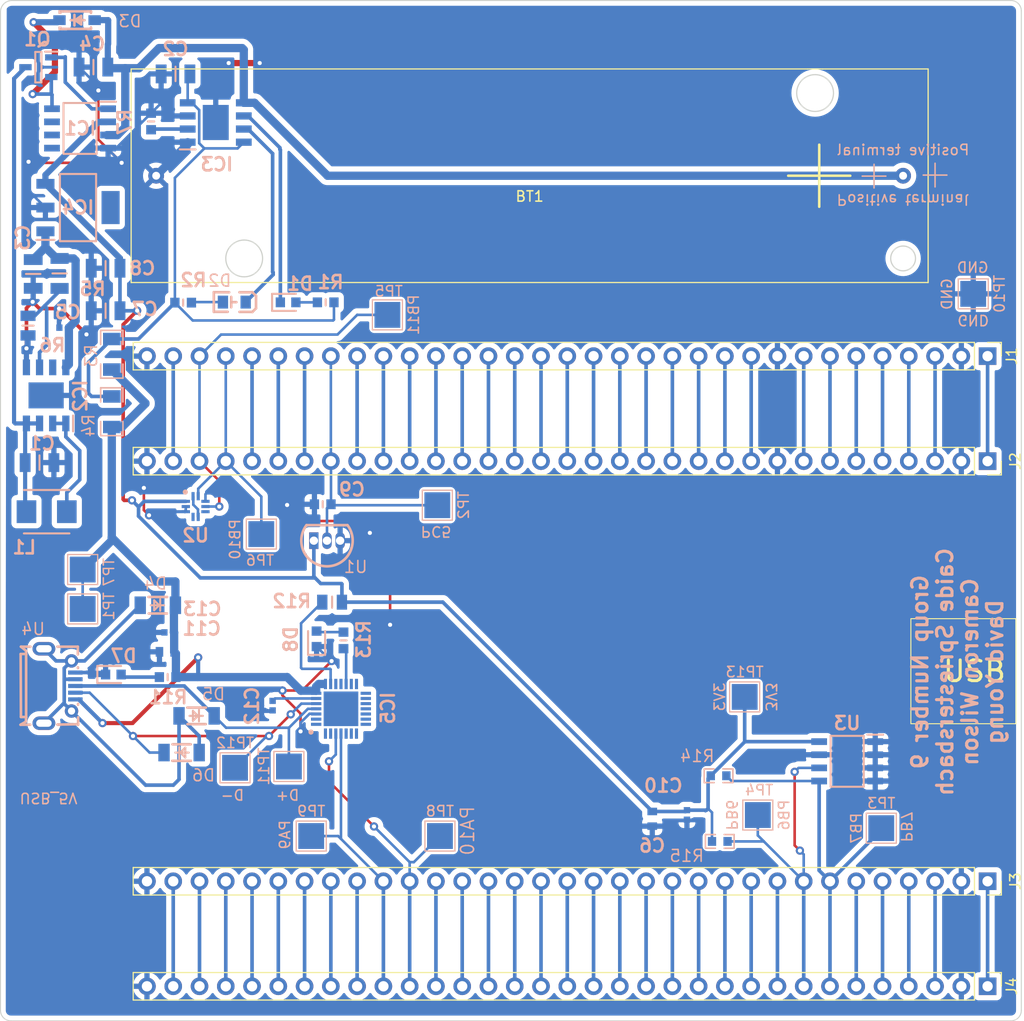
<source format=kicad_pcb>
(kicad_pcb (version 20211014) (generator pcbnew)
  (layers (0 "F.Cu" signal) (31 "B.Cu" signal) (34 "B.Paste" user) (35 "F.Paste" user) (36 "B.SilkS" user "B.Silkscreen") (37 "F.SilkS" user "F.Silkscreen") (38 "B.Mask" user) (39 "F.Mask" user) (44 "Edge.Cuts" user))
  (net 0 "")
  (net 1 "+3V0")
  (net 2 "GND")
  (net 3 "/VBAT")
  (net 4 "/PC13")
  (net 5 "/PC14")
  (net 6 "/PC15")
  (net 7 "/PF0")
  (net 8 "/PF1")
  (net 9 "/NRST")
  (net 10 "/PC0")
  (net 11 "/PC1")
  (net 12 "/PC2")
  (net 13 "/PC3")
  (net 14 "/PA0")
  (net 15 "/PA1")
  (net 16 "/PA2")
  (net 17 "/PA3")
  (net 18 "/PF4")
  (net 19 "/PF5")
  (net 20 "/PA4")
  (net 21 "/PA5")
  (net 22 "/PA6")
  (net 23 "/PA7")
  (net 24 "/PC4")
  (net 25 "/PC5")
  (net 26 "/PB0")
  (net 27 "/PB1")
  (net 28 "/PB2")
  (net 29 "/PB10")
  (net 30 "/PB11")
  (net 31 "/PB12")
  (net 32 "+5V")
  (net 33 "/PB9")
  (net 34 "/PB8")
  (net 35 "VDD")
  (net 36 "/BOOT")
  (net 37 "/PB7")
  (net 38 "/PB6")
  (net 39 "/PB5")
  (net 40 "/PB4")
  (net 41 "/PB3")
  (net 42 "/PD2")
  (net 43 "/PC12")
  (net 44 "/PC11")
  (net 45 "/PC10")
  (net 46 "/PA15")
  (net 47 "/PA14")
  (net 48 "/PF7")
  (net 49 "/PF6")
  (net 50 "/PA13")
  (net 51 "/PA12")
  (net 52 "/PA11")
  (net 53 "/PA10")
  (net 54 "/PA9")
  (net 55 "/PA8")
  (net 56 "/PC9")
  (net 57 "/PC8")
  (net 58 "/PC7")
  (net 59 "/PC6")
  (net 60 "/PB15")
  (net 61 "/PB14")
  (net 62 "/PB13")
  (net 63 "/Power/BAT+")
  (net 64 "/Power/V_UVLO")
  (net 65 "Net-(C2-Pad1)")
  (net 66 "/5V")
  (net 67 "/3V3")
  (net 68 "Net-(C12-Pad1)")
  (net 69 "Net-(D1-Pad1)")
  (net 70 "Net-(D1-Pad2)")
  (net 71 "Net-(D2-Pad1)")
  (net 72 "Net-(D2-Pad2)")
  (net 73 "Net-(D3-Pad1)")
  (net 74 "Net-(D4-Pad2)")
  (net 75 "Net-(D7-Pad2)")
  (net 76 "Net-(D8-Pad2)")
  (net 77 "Net-(IC1-Pad1)")
  (net 78 "Net-(IC2-Pad1)")
  (net 79 "Net-(IC2-Pad6)")
  (net 81 "Net-(IC3-Pad2)")
  (net 85 "Net-(IC5-Pad9)")
  (net 88 "Net-(IC5-Pad12)")
  (net 104 "/USB_5V")
  (net 105 "/USB_D+")
  (net 106 "/USB_D-")
  (net 110 "/Sensing/COMM")
  (net 111 "/Sensing/BARO_LSB")
  (footprint "Connector_PinSocket_2.54mm:PinSocket_1x33_P2.54mm_Vertical" (layer "F.Cu") (at 185.54 78.16 -90)
    (fp_text reference "J2")
    (fp_text value "Conn_01x33_Female")
  )
  (footprint "Connector_PinHeader_2.54mm:PinHeader_1x33_P2.54mm_Vertical" (layer "F.Cu") (at 185.54 68 -90)
    (fp_text reference "J1")
    (fp_text value "Conn_01x33_Female")
  )
  (footprint "Connector_PinHeader_2.54mm:PinHeader_1x33_P2.54mm_Vertical" (layer "F.Cu") (at 185.54 128.96 -90)
    (fp_text reference "J4")
    (fp_text value "Conn_01x33_Female")
  )
  (footprint "EEE3088F_Footprints:18650_Holder_THT" (layer "F.Cu") (at 141.26 50.55)
    (fp_text reference "BT1")
    (fp_text value "Battery")
    (fp_circle (center 27.6 -8) (end 27.6 -6.22) (layer "Edge.Cuts") (width 0.12) (fill none))
    (fp_circle (center 36.11 8) (end 36.11 6.8) (layer "Edge.Cuts") (width 0.12) (fill none))
    (fp_circle (center -27.6 8) (end -27.6 6.22) (layer "Edge.Cuts") (width 0.12) (fill none))
  )
  (footprint "Connector_PinSocket_2.54mm:PinSocket_1x33_P2.54mm_Vertical" (layer "F.Cu") (at 185.54 118.8 -90)
    (fp_text reference "J3")
    (fp_text value "Conn_01x33_Female")
  )
  (footprint "TestPoint:TestPoint_Pad_2.5x2.5mm" (layer "B.Cu") (at 112.776 107.823 180)
    (fp_text reference "TP12")
    (fp_text value "USB_D-")
  )
  (footprint "TestPoint:TestPoint_Pad_2.5x2.5mm" (layer "B.Cu") (at 175.26 113.665 180)
    (fp_text reference "TP3")
    (fp_text value "MEM_I2C_SDA")
  )
  (footprint "EEE3088F_Footprints:SOIC127P600X175-8N" (layer "B.Cu") (at 171.964 107.198 180)
    (fp_text reference "U3")
    (fp_text value "CAT24C256" hide)
  )
  (footprint "EEE3088F_Footprints:R0603" (layer "B.Cu") (at 159.527 108.595)
    (fp_text reference "R14")
    (fp_text value "10k" hide)
  )
  (footprint "EEE3088F_Footprints:RESC1608X55N" (layer "B.Cu") (at 123.26 95.5 90)
    (fp_text reference "R13")
    (fp_text value "1K2" hide)
  )
  (footprint "EEE3088F_Footprints:RESC1608X55N" (layer "B.Cu") (at 106.26 99.05 180)
    (fp_text reference "R11")
    (fp_text value "1K2" hide)
  )
  (footprint "EEE3088F_Footprints:SOT230P700X180-4N" (layer "B.Cu") (at 97.5924 53.6294)
    (fp_text reference "IC4")
    (fp_text value "LM3940IMP-3.3_NOPB" hide)
  )
  (footprint "EEE3088F_Footprints:R1206" (layer "B.Cu") (at 100.86 67.821 -90)
    (fp_text reference "R3")
    (fp_text value "1R" hide)
  )
  (footprint "EEE3088F_Footprints:CAPC3216X180N" (layer "B.Cu") (at 99.0844 40.0404 180)
    (fp_text reference "C4")
    (fp_text value "10u" hide)
  )
  (footprint "EEE3088F_Footprints:CAPC3216X180N" (layer "B.Cu") (at 100.26 59.4968 180)
    (fp_text reference "C8")
    (fp_text value "22u" hide)
  )
  (footprint "EEE3088F_Footprints:LL-34_L3.5-W1.5-RD" (layer "B.Cu") (at 107.61 106.35)
    (fp_text reference "D6")
    (fp_text value "ZMMxx" hide)
  )
  (footprint "EEE3088F_Footprints:SOIC127P600X175-9N" (layer "B.Cu") (at 110.91 45.4)
    (fp_text reference "IC3")
    (fp_text value "TP4056-42-ESOP8" hide)
  )
  (footprint "EEE3088F_Footprints:MICRO-USB-SMD_MICROXNJ" (layer "B.Cu") (at 95.816 99.9082 90)
    (fp_text reference "U4")
    (fp_text value "MICROXNJ" hide)
  )
  (footprint "TestPoint:TestPoint_Pad_2.5x2.5mm" (layer "B.Cu") (at 163.322 112.395 180)
    (fp_text reference "TP4")
    (fp_text value "MEM_I2C_SCL")
  )
  (footprint "EEE3088F_Footprints:LEDC1608X50N" (layer "B.Cu") (at 117.908 62.7988)
    (fp_text reference "D1")
    (fp_text value "GREEN" hide)
  )
  (footprint "EEE3088F_Footprints:LL-34_L3.5-W1.5-RD" (layer "B.Cu") (at 105.31 92.1 180)
    (fp_text reference "D4")
    (fp_text value "ZMMxx" hide)
  )
  (footprint "EEE3088F_Footprints:CAPC1005X55N" (layer "B.Cu") (at 116.41 101.81 -90)
    (fp_text reference "C12")
    (fp_text value "0.1uF" hide)
  )
  (footprint "EEE3088F_Footprints:CAPC3216X180N" (layer "B.Cu") (at 93.26 60.05 -90)
    (fp_text reference "C3")
    (fp_text value "22u" hide)
  )
  (footprint "EEE3088F_Footprints:LEDC1608X50N" (layer "B.Cu") (at 120.66 95.35 90)
    (fp_text reference "D8")
    (fp_text value "GREEN" hide)
  )
  (footprint "TestPoint:TestPoint_Pad_2.5x2.5mm" (layer "B.Cu") (at 120.142 114.427 180)
    (fp_text reference "TP9")
    (fp_text value "USART_RX")
  )
  (footprint "EEE3088F_Footprints:LL-34_L3.5-W1.5-RD" (layer "B.Cu") (at 109.06 102.8 180)
    (fp_text reference "D5")
    (fp_text value "ZMMxx" hide)
  )
  (footprint "TestPoint:TestPoint_Pad_2.5x2.5mm" (layer "B.Cu") (at 132.588 114.427 180)
    (fp_text reference "TP8")
    (fp_text value "USART_TX")
  )
  (footprint "TestPoint:TestPoint_Pad_2.5x2.5mm" (layer "B.Cu") (at 117.983 107.696 180)
    (fp_text reference "TP11")
    (fp_text value "USB_D+")
  )
  (footprint "EEE3088F_Footprints:RESC3116X65N" (layer "B.Cu") (at 95.81 60 -90)
    (fp_text reference "R5")
    (fp_text value "100K" hide)
  )
  (footprint "EEE3088F_Footprints:QFN50P210X200X80-10N" (layer "B.Cu") (at 108.966 82.55 -90)
    (fp_text reference "U2")
    (fp_text value " LPS22HBTR_Barometer" hide)
  )
  (footprint "EEE3088F_Footprints:QFN50P500X500X100-29N-D" (layer "B.Cu") (at 123.0182 102.118)
    (fp_text reference "IC5")
    (fp_text value "CP2102-GMR" hide)
  )
  (footprint "EEE3088F_Footprints:CAPC1005X55N" (layer "B.Cu") (at 96.25 65.25 180)
    (fp_text reference "C5")
    (fp_text value "0.47u" hide)
  )
  (footprint "TestPoint:TestPoint_Pad_2.5x2.5mm" (layer "B.Cu") (at 184.15 61.976 180)
    (fp_text reference "TP10")
    (fp_text value "GND TEST")
  )
  (footprint "TestPoint:TestPoint_Pad_2.5x2.5mm" (layer "B.Cu") (at 127.508 64.008 180)
    (fp_text reference "TP5")
    (fp_text value "BARO_I2C_SDA")
  )
  (footprint "EEE3088F_Footprints:INDPM4442X200N" (layer "B.Cu") (at 94.56 83.05)
    (fp_text reference "L1")
    (fp_text value "MWSA0402S-3R3MT" hide)
  )
  (footprint "EEE3088F_Footprints:R1206" (layer "B.Cu") (at 100.86 73.379 -90)
    (fp_text reference "R4")
    (fp_text value "1R" hide)
  )
  (footprint "EEE3088F_Footprints:SOIC127P600X175-9N" (layer "B.Cu") (at 94.51 71.8 90)
    (fp_text reference "IC2")
    (fp_text value "ap2007" hide)
  )
  (footprint "TestPoint:TestPoint_Pad_2.5x2.5mm" (layer "B.Cu") (at 162.052 100.965 180)
    (fp_text reference "TP13")
    (fp_text value "3V3")
  )
  (footprint "EEE3088F_Footprints:RESC2013X65N" (layer "B.Cu") (at 92.76 65.05 -90)
    (fp_text reference "R6")
    (fp_text value "33K" hide)
  )
  (footprint "EEE3088F_Footprints:SOIC127P600X175-8N" (layer "B.Cu") (at 97.79 45.974 180)
    (fp_text reference "IC1")
    (fp_text value "MCP6002T-I_SN" hide)
  )
  (footprint "TestPoint:TestPoint_Pad_2.5x2.5mm" (layer "B.Cu") (at 115.316 85.217 180)
    (fp_text reference "TP6")
    (fp_text value "BARO_I2C_SCL")
  )
  (footprint "EEE3088F_Footprints:TO-92-3_L4.9-W3.7-P1.27-L" (layer "B.Cu") (at 121.666 85.852)
    (fp_text reference "U1")
    (fp_text value "LM61BIZ/NOPB_TempSensor(TO-92)" hide)
  )
  (footprint "EEE3088F_Footprints:SOD-123_L2.7-W1.6-LS3.7-RD-1" (layer "B.Cu") (at 97.5 35.5)
    (fp_text reference "D3")
    (fp_text value "B5819W SL" hide)
  )
  (footprint "EEE3088F_Footprints:CAPC1608X90N" (layer "B.Cu") (at 153.1172 112.7594 -90)
    (fp_text reference "C6")
    (fp_text value "1u" hide)
  )
  (footprint "EEE3088F_Footprints:CAPC1005X55N" (layer "B.Cu") (at 156.47 112.3824 -90)
    (fp_text reference "C10")
    (fp_text value "100nF" hide)
  )
  (footprint "EEE3088F_Footprints:RESC1608X55N" (layer "B.Cu") (at 104.66 45.3 90)
    (fp_text reference "R7")
    (fp_text value "1K2" hide)
  )
  (footprint "EEE3088F_Footprints:LEDC1608X50N" (layer "B.Cu") (at 101.01 98.8)
    (fp_text reference "D7")
    (fp_text value "GREEN" hide)
  )
  (footprint "EEE3088F_Footprints:CAPC3216X180N" (layer "B.Cu") (at 100.26 63.6116 180)
    (fp_text reference "C7")
    (fp_text value "10u" hide)
  )
  (footprint "TestPoint:TestPoint_Pad_2.5x2.5mm" (layer "B.Cu") (at 132.334 82.423 180)
    (fp_text reference "TP2")
    (fp_text value "Analog Data Read")
  )
  (footprint "EEE3088F_Footprints:CAPC3216X180N" (layer "B.Cu") (at 93.87 78.3)
    (fp_text reference "C1")
    (fp_text value "22u" hide)
  )
  (footprint "EEE3088F_Footprints:RESC1608X55N" (layer "B.Cu") (at 121.253 82.3314 180)
    (fp_text reference "C9")
    (fp_text value "1uF" hide)
  )
  (footprint "EEE3088F_Footprints:RESC1608X55N" (layer "B.Cu") (at 121.5394 62.7988 180)
    (fp_text reference "R1")
    (fp_text value "1K2" hide)
  )
  (footprint "EEE3088F_Footprints:LED0805-RD_RED" (layer "B.Cu") (at 112.7052 62.7734 180)
    (fp_text reference "D2")
    (fp_text value "RED" hide)
  )
  (footprint "EEE3088F_Footprints:CAPC3216X180N" (layer "B.Cu") (at 107.02 40.7 180)
    (fp_text reference "C2")
    (fp_text value "10u" hide)
  )
  (footprint "TestPoint:TestPoint_Pad_2.5x2.5mm" (layer "B.Cu") (at 98.044 92.456 -90)
    (fp_text reference "TP1")
    (fp_text value "5V Test")
  )
  (footprint "EEE3088F_Footprints:RESC2013X65N" (layer "B.Cu") (at 122.16 91.8 180)
    (fp_text reference "R12")
    (fp_text value "4.7k" hide)
  )
  (footprint "TestPoint:TestPoint_Pad_2.5x2.5mm" (layer "B.Cu") (at 98.044 88.646 -90)
    (fp_text reference "TP7")
    (fp_text value "USB Det")
  )
  (footprint "EEE3088F_Footprints:R0603" (layer "B.Cu") (at 159.645 114.945)
    (fp_text reference "R15")
    (fp_text value "10k" hide)
  )
  (footprint "EEE3088F_Footprints:SOT95P280X125-3N" (layer "B.Cu") (at 93.76 40.05 180)
    (fp_text reference "Q1")
    (fp_text value "AO3401A" hide)
  )
  (footprint "EEE3088F_Footprints:RESC1608X55N" (layer "B.Cu") (at 107.76 62.8242)
    (fp_text reference "R2")
    (fp_text value "1K2" hide)
  )
  (footprint "EEE3088F_Footprints:CAPC1608X90N" (layer "B.Cu") (at 106.178 96.6062)
    (fp_text reference "C11")
    (fp_text value "1.0uF" hide)
  )
  (footprint "EEE3088F_Footprints:CAPC1005X55N" (layer "B.Cu") (at 106.4078 94.7266)
    (fp_text reference "C13")
    (fp_text value "0.1uF" hide)
  )
  (gr_rect (start 178.12 93.4) (end 188.28 103.56) (layer "F.SilkS") (width 0.1) (fill none))
  (gr_arc (start 187.8 33.6) (mid 188.507107 33.892893) (end 188.8 34.6) (layer "Edge.Cuts") (width 0.1))
  (gr_line (start 187.8 132.3) (end 91.1 132.3) (layer "Edge.Cuts") (width 0.1))
  (gr_arc (start 91.1 132.3) (mid 90.392893 132.007107) (end 90.1 131.3) (layer "Edge.Cuts") (width 0.1))
  (gr_arc (start 188.8 131.3) (mid 188.507107 132.007107) (end 187.8 132.3) (layer "Edge.Cuts") (width 0.1))
  (gr_arc (start 90.1 34.7) (mid 90.422183 33.922183) (end 91.2 33.6) (layer "Edge.Cuts") (width 0.1))
  (gr_line (start 90.1 131.3) (end 90.1 34.7) (layer "Edge.Cuts") (width 0.1))
  (gr_line (start 91.2 33.6) (end 187.8 33.6) (layer "Edge.Cuts") (width 0.1))
  (gr_line (start 188.8 34.6) (end 188.8 131.3) (layer "Edge.Cuts") (width 0.1))
  (gr_text "PB7" (at 172.847 113.665 90) (layer "B.SilkS") (effects (font (size 1 1)) (justify mirror)))
  (gr_text "PB10\n" (at 112.776 85.725 90) (layer "B.SilkS") (effects (font (size 1 1)) (justify mirror)))
  (gr_text "+" (at 180.46 50.25) (layer "B.SilkS") (effects (font (size 3 3)) (justify mirror)))
  (gr_text "GND" (at 181.61 62 90) (layer "B.SilkS") (effects (font (size 1 1)) (justify mirror)))
  (gr_text "PB6" (at 165.862 112.395 90) (layer "B.SilkS") (effects (font (size 1 1)) (justify mirror)))
  (gr_text "PA9\n" (at 117.602 114.3 90) (layer "B.SilkS") (effects (font (size 1 1)) (justify mirror)))
  (gr_text "PB11" (at 130.048 64.008 90) (layer "B.SilkS") (effects (font (size 1 1)) (justify mirror)))
  (gr_text "PB6" (at 160.782 112.395 -90) (layer "B.SilkS") (effects (font (size 1 1)) (justify mirror)))
  (gr_text "GND" (at 184.1 59.436) (layer "B.SilkS") (effects (font (size 1 1)) (justify mirror)))
  (gr_text "PA10" (at 135.255 113.919 90) (layer "B.SilkS") (effects (font (size 1.27 1.27)) (justify mirror)))
  (gr_text "D+\n" (at 117.856 110.49) (layer "B.SilkS") (effects (font (size 1 1)) (justify mirror)))
  (gr_text "PB7" (at 177.673 113.538 -90) (layer "B.SilkS") (effects (font (size 1 1)) (justify mirror)))
  (gr_text "+" (at 174.56 50.35) (layer "B.SilkS") (effects (font (size 3 3)) (justify mirror)))
  (gr_text "Positive terminal" (at 177.36 48.05) (layer "B.SilkS") (effects (font (size 1 1)) (justify mirror)))
  (gr_text "D-\n" (at 112.522 110.49) (layer "B.SilkS") (effects (font (size 1 1)) (justify mirror)))
  (gr_text "Group Number 9\nCaide Spriestersbach\nCameron Wilson\nDavid Young" (at 182.626 98.552 90) (layer "B.SilkS") (effects (font (size 1.5 1.5) (thickness 0.3)) (justify mirror)))
  (gr_text "Positive terminal" (at 177.36 52.85 180) (layer "B.SilkS") (effects (font (size 1 1)) (justify mirror)))
  (gr_text "3V3\n" (at 159.639 100.965 90) (layer "B.SilkS") (effects (font (size 1 1)) (justify mirror)))
  (gr_text "GND" (at 184.15 64.516 180) (layer "B.SilkS") (effects (font (size 1 1)) (justify mirror)))
  (gr_text "3V3\n" (at 164.592 100.965 -90) (layer "B.SilkS") (effects (font (size 1 1)) (justify mirror)))
  (gr_text "PC5" (at 132.207 84.963 180) (layer "B.SilkS") (effects (font (size 1 1)) (justify mirror)))
  (gr_text "USB_5V\n" (at 94.742 110.744 180) (layer "B.SilkS") (effects (font (size 1 1)) (justify mirror)))
  (gr_text "USB" (at 184.27 98.48) (layer "F.SilkS") (effects (font (size 2 2) (thickness 0.3))))
  (segment (start 185.54 78.16) (end 185.54 68) (width 0.35) (layer "B.Cu") (net 1))
  (segment (start 117.91 83.95) (end 117.81 83.85) (width 0.25) (layer "F.Cu") (net 2))
  (segment (start 124.66 83.95) (end 117.91 83.95) (width 0.25) (layer "F.Cu") (net 2))
  (segment (start 117.36 100.35) (end 119.26 100.35) (width 0.25) (layer "F.Cu") (net 2))
  (segment (start 93.86 63.4) (end 93.21 62.75) (width 0.35) (layer "F.Cu") (net 2))
  (segment (start 119.11 104.3) (end 119.11 102.575386) (width 0.25) (layer "F.Cu") (net 2))
  (segment (start 99.56 47.05) (end 99.56 42.3) (width 0.25) (layer "F.Cu") (net 2))
  (segment (start 117.36 100.825386) (end 117.36 100.35) (width 0.25) (layer "F.Cu") (net 2))
  (segment (start 103.96 82.9) (end 103.96 80.75) (width 0.25) (layer "F.Cu") (net 2))
  (segment (start 119.11 102.575386) (end 117.36 100.825386) (width 0.25) (layer "F.Cu") (net 2))
  (segment (start 119.26 100.35) (end 122.11 97.5) (width 0.25) (layer "F.Cu") (net 2))
  (segment (start 127.768 87.058) (end 127.768 93.99) (width 0.25) (layer "F.Cu") (net 2))
  (segment (start 92.61 63.35) (end 92.61 67.25) (width 0.35) (layer "F.Cu") (net 2))
  (segment (start 125.81 85.1) (end 127.768 87.058) (width 0.25) (layer "F.Cu") (net 2))
  (segment (start 117.81 83.85) (end 117.81 82.4) (width 0.25) (layer "F.Cu") (net 2))
  (segment (start 101.81 49.3) (end 92.91 49.3) (width 0.25) (layer "F.Cu") (net 2))
  (segment (start 95.76 63.4) (end 93.86 63.4) (width 0.35) (layer "F.Cu") (net 2))
  (segment (start 101.81 49.3) (end 99.56 47.05) (width 0.25) (layer "F.Cu") (net 2))
  (segment (start 95.91 63.4) (end 95.76 63.4) (width 0.35) (layer "F.Cu") (net 2))
  (segment (start 125.81 85.1) (end 124.66 83.95) (width 0.25) (layer "F.Cu") (net 2))
  (segment (start 112.16 39.65) (end 115.16 39.65) (width 0.6) (layer "F.Cu") (net 2))
  (segment (start 93.21 62.75) (end 92.61 63.35) (width 0.35) (layer "F.Cu") (net 2))
  (segment (start 98.41 65.9) (end 95.91 63.4) (width 0.35) (layer "F.Cu") (net 2))
  (segment (start 92.91 49.3) (end 92.81 49.2) (width 0.25) (layer "F.Cu") (net 2))
  (segment (start 104.46 83.4) (end 103.96 82.9) (width 0.25) (layer "F.Cu") (net 2))
  (via (at 127.768 93.99) (size 0.8) (drill 0.4) (layers "F.Cu" "B.Cu") (net 2))
  (via (at 93.21 62.75) (size 0.8) (drill 0.4) (layers "F.Cu" "B.Cu") (net 2))
  (via (at 117.36 100.35) (size 0.8) (drill 0.4) (layers "F.Cu" "B.Cu") (net 2))
  (via (at 103.96 80.75) (size 0.8) (drill 0.4) (layers "F.Cu" "B.Cu") (net 2))
  (via (at 92.61 67.25) (size 0.8) (drill 0.4) (layers "F.Cu" "B.Cu") (net 2))
  (via (at 112.16 39.65) (size 0.8) (drill 0.4) (layers "F.Cu" "B.Cu") (net 2))
  (via (at 95.76 63.4) (size 0.8) (drill 0.4) (layers "F.Cu" "B.Cu") (net 2))
  (via (at 115.16 39.65) (size 0.8) (drill 0.4) (layers "F.Cu" "B.Cu") (net 2))
  (via (at 101.81 49.3) (size 0.8) (drill 0.4) (layers "F.Cu" "B.Cu") (net 2))
  (via (at 122.11 97.5) (size 0.8) (drill 0.4) (layers "F.Cu" "B.Cu") (net 2))
  (via (at 104.46 83.4) (size 0.8) (drill 0.4) (layers "F.Cu" "B.Cu") (net 2))
  (via (at 92.81 49.2) (size 0.8) (drill 0.4) (layers "F.Cu" "B.Cu") (net 2))
  (via (at 98.41 65.9) (size 0.8) (drill 0.4) (layers "F.Cu" "B.Cu") (net 2))
  (via (at 99.56 42.3) (size 0.8) (drill 0.4) (layers "F.Cu" "B.Cu") (net 2))
  (via (at 117.81 82.4) (size 0.8) (drill 0.4) (layers "F.Cu" "B.Cu") (net 2))
  (via (at 119.11 104.3) (size 0.8) (drill 0.4) (layers "F.Cu" "B.Cu") (net 2))
  (via (at 125.81 85.1) (size 0.8) (drill 0.4) (layers "F.Cu" "B.Cu") (net 2))
  (segment (start 119.11 103.462896) (end 119.11 104.3) (width 0.25) (layer "B.Cu") (net 2))
  (segment (start 183 118.8) (end 183 128.96) (width 0.35) (layer "B.Cu") (net 2))
  (segment (start 109.916 82.05) (end 109.916 81.346) (width 0.25) (layer "B.Cu") (net 2))
  (segment (start 117.81 82.4) (end 117.8786 82.3314) (width 0.25) (layer "B.Cu") (net 2))
  (segment (start 95.79 63.43) (end 95.76 63.4) (width 0.35) (layer "B.Cu") (net 2))
  (segment (start 92.81 49.2) (end 92.81 51.997) (width 0.25) (layer "B.Cu") (net 2))
  (segment (start 99.56 41.906) (end 97.6944 40.0404) (width 0.25) (layer "B.Cu") (net 2))
  (segment (start 108.198 47.305) (end 108.198 47.502) (width 0.8) (layer "B.Cu") (net 2))
  (segment (start 104.66 44.5) (end 101.271 47.889) (width 0.25) (layer "B.Cu") (net 2))
  (segment (start 100.0682 98.6082) (end 97.337 98.6082) (width 0.35) (layer "B.Cu") (net 2))
  (segment (start 116.150978 100.35) (end 115.21 101.290978) (width 0.25) (layer "B.Cu") (net 2))
  (segment (start 105.63 43.53) (end 104.66 44.5) (width 0.25) (layer "B.Cu") (net 2))
  (segment (start 98.87 63.6116) (end 98.87 65.44) (width 0.35) (layer "B.Cu") (net 2))
  (segment (start 115.23 102.27) (end 116.41 102.27) (width 0.25) (layer "B.Cu") (net 2))
  (segment (start 122.11 97.5) (end 122.06 97.5) (width 0.25) (layer "B.Cu") (net 2))
  (segment (start 95.79 65.25) (end 95.79 63.43) (width 0.35) (layer "B.Cu") (net 2))
  (segment (start 92.61 67.25) (end 92.61 66.15) (width 0.35) (layer "B.Cu") (net 2))
  (segment (start 115.21 101.290978) (end 115.21 102.25) (width 0.25) (layer "B.Cu") (net 2))
  (segment (start 108.198 47.502) (end 105.15 50.55) (width 0.8) (layer "B.Cu") (net 2))
  (segment (start 103.96 80.75) (end 104.26 80.45) (width 0.25) (layer "B.Cu") (net 2))
  (segment (start 108.016 83.05) (end 108.016 82.55) (width 0.25) (layer "B.Cu") (net 2))
  (segment (start 93.21 62.75) (end 93.21 61.49) (width 0.35) (layer "B.Cu") (net 2))
  (segment (start 117.36 100.35) (end 116.150978 100.35) (width 0.25) (layer "B.Cu") (net 2))
  (segment (start 99.56 42.3) (end 99.56 41.906) (width 0.25) (layer "B.Cu") (net 2))
  (segment (start 122.06 97.5) (end 120.66 96.1) (width 0.25) (layer "B.Cu") (net 2))
  (segment (start 100.381 47.889) (end 101.271 47.889) (width 0.25) (layer "B.Cu") (net 2))
  (segment (start 98.87 65.44) (end 98.41 65.9) (width 0.35) (layer "B.Cu") (net 2))
  (segment (start 104.26 80.45) (end 104.26 78.16) (width 0.25) (layer "B.Cu") (net 2))
  (segment (start 92.81 51.997) (end 94.4424 53.6294) (width 0.25) (layer "B.Cu") (net 2))
  (segment (start 115.21 102.25) (end 115.23 102.27) (width 0.25) (layer "B.Cu") (net 2))
  (segment (start 119.980385 102.592511) (end 119.11 103.462896) (width 0.25) (layer "B.Cu") (net 2))
  (segment (start 105.63 40.7) (end 105.63 43.53) (width 0.25) (layer "B.Cu") (net 2))
  (segment (start 117.8786 82.3314) (end 120.453 82.3314) (width 0.25) (layer "B.Cu") (net 2))
  (segment (start 100.399 47.889) (end 101.81 49.3) (width 0.25) (layer "B.Cu") (net 2))
  (segment (start 120.6182 102.618) (end 119.980385 102.592511) (width 0.25) (layer "B.Cu") (net 2))
  (segment (start 180.46 68) (end 180.46 78.16) (width 0.35) (layer "B.Cu") (net 3))
  (segment (start 177.92 78.16) (end 177.92 68) (width 0.35) (layer "B.Cu") (net 4))
  (segment (start 175.38 68) (end 175.38 78.16) (width 0.35) (layer "B.Cu") (net 5))
  (segment (start 172.84 78.16) (end 172.84 68) (width 0.35) (layer "B.Cu") (net 6))
  (segment (start 170.3 78.16) (end 170.3 68) (width 0.35) (layer "B.Cu") (net 7))
  (segment (start 167.76 78.16) (end 167.76 68) (width 0.35) (layer "B.Cu") (net 8))
  (segment (start 162.68 68) (end 162.68 78.16) (width 0.35) (layer "B.Cu") (net 9))
  (segment (start 160.14 78.16) (end 160.14 68) (width 0.35) (layer "B.Cu") (net 10))
  (segment (start 157.6 68) (end 157.6 78.16) (width 0.35) (layer "B.Cu") (net 11))
  (segment (start 155.06 78.16) (end 155.06 68) (width 0.35) (layer "B.Cu") (net 12))
  (segment (start 152.52 68) (end 152.52 78.16) (width 0.35) (layer "B.Cu") (net 13))
  (segment (start 149.98 78.16) (end 149.98 68) (width 0.35) (layer "B.Cu") (net 14))
  (segment (start 147.44 68) (end 147.44 78.16) (width 0.35) (layer "B.Cu") (net 15))
  (segment (start 144.9 78.16) (end 144.9 68) (width 0.35) (layer "B.Cu") (net 16))
  (segment (start 142.36 68) (end 142.36 78.16) (width 0.35) (layer "B.Cu") (net 17))
  (segment (start 139.82 78.16) (end 139.82 68) (width 0.35) (layer "B.Cu") (net 18))
  (segment (start 137.28 68) (end 137.28 78.16) (width 0.35) (layer "B.Cu") (net 19))
  (segment (start 134.74 78.16) (end 134.74 68) (width 0.35) (layer "B.Cu") (net 20))
  (segment (start 132.2 68) (end 132.2 78.16) (width 0.35) (layer "B.Cu") (net 21))
  (segment (start 129.66 78.16) (end 129.66 68) (width 0.35) (layer "B.Cu") (net 22))
  (segment (start 127.12 68) (end 127.12 78.16) (width 0.35) (layer "B.Cu") (net 23))
  (segment (start 124.58 68) (end 124.58 78.16) (width 0.35) (layer "B.Cu") (net 24))
  (segment (start 132.334 82.423) (end 122.1446 82.423) (width 0.25) (layer "B.Cu") (net 25))
  (segment (start 122.053 82.3314) (end 122.053 78.173) (width 0.25) (layer "B.Cu") (net 25))
  (segment (start 121.666 82.7184) (end 122.053 82.3314) (width 0.25) (layer "B.Cu") (net 25))
  (segment (start 121.666 85.852) (end 121.666 82.7184) (width 0.25) (layer "B.Cu") (net 25))
  (segment (start 122.04 78.16) (end 122.04 68) (width 0.25) (layer "B.Cu") (net 25))
  (segment (start 119.5 68) (end 119.5 78.16) (width 0.35) (layer "B.Cu") (net 26))
  (segment (start 116.96 78.16) (end 116.96 68) (width 0.35) (layer "B.Cu") (net 27))
  (segment (start 114.42 78.16) (end 114.42 68) (width 0.35) (layer "B.Cu") (net 28))
  (segment (start 115.316 81.596) (end 115.316 85.217) (width 0.25) (layer "B.Cu") (net 29))
  (segment (start 115.316 81.596) (end 111.88 78.16) (width 0.25) (layer "B.Cu") (net 29))
  (segment (start 111.88 78.16) (end 111.88 68) (width 0.25) (layer "B.Cu") (net 29))
  (segment (start 109.216 81.55) (end 109.216 80.824) (width 0.25) (layer "B.Cu") (net 29))
  (segment (start 109.216 80.824) (end 111.88 78.16) (width 0.25) (layer "B.Cu") (net 29))
  (segment (start 111.252 82.55) (end 111.252 80.072) (width 0.25) (layer "F.Cu") (net 30))
  (segment (start 111.252 80.072) (end 109.34 78.16) (width 0.25) (layer "F.Cu") (net 30))
  (via (at 111.252 82.55) (size 0.8) (drill 0.4) (layers "F.Cu" "B.Cu") (net 30))
  (segment (start 111.427 65.913) (end 122.682 65.913) (width 0.25) (layer "B.Cu") (net 30))
  (segment (start 124.587 64.008) (end 127.508 64.008) (width 0.25) (layer "B.Cu") (net 30))
  (segment (start 122.682 65.913) (end 124.587 64.008) (width 0.25) (layer "B.Cu") (net 30))
  (segment (start 109.34 78.16) (end 109.34 68) (width 0.25) (layer "B.Cu") (net 30))
  (segment (start 109.916 82.55) (end 111.252 82.55) (width 0.25) (layer "B.Cu") (net 30))
  (segment (start 109.34 68) (end 111.427 65.913) (width 0.25) (layer "B.Cu") (net 30))
  (segment (start 106.8 78.16) (end 106.8 68) (width 0.35) (layer "B.Cu") (net 31))
  (segment (start 185.54 128.96) (end 185.54 118.8) (width 0.35) (layer "B.Cu") (net 32))
  (segment (start 180.46 118.8) (end 180.46 128.96) (width 0.35) (layer "B.Cu") (net 33))
  (segment (start 177.92 118.8) (end 177.92 128.96) (width 0.35) (layer "B.Cu") (net 34))
  (segment (start 175.38 118.8) (end 175.38 128.96) (width 0.35) (layer "B.Cu") (net 35))
  (segment (start 172.84 118.8) (end 172.84 128.96) (width 0.35) (layer "B.Cu") (net 36))
  (segment (start 160.788 109.103) (end 160.28 108.595) (width 0.25) (layer "B.Cu") (net 37))
  (segment (start 169.252 117.752) (end 169.252 109.103) (width 0.35) (layer "B.Cu") (net 37))
  (segment (start 169.252 109.103) (end 160.788 109.103) (width 0.25) (layer "B.Cu") (net 37))
  (segment (start 170.3 118.8) (end 170.3 128.96) (width 0.35) (layer "B.Cu") (net 37))
  (segment (start 175.26 113.84) (end 170.3 118.8) (width 0.35) (layer "B.Cu") (net 37))
  (segment (start 170.3 118.8) (end 169.252 117.752) (width 0.35) (layer "B.Cu") (net 37))
  (segment (start 166.884 108.214) (end 166.884 115.326) (width 0.25) (layer "F.Cu") (net 38))
  (segment (start 166.884 115.326) (end 167.392 115.834) (width 0.25) (layer "F.Cu") (net 38))
  (via (at 167.392 115.834) (size 0.8) (drill 0.4) (layers "F.Cu" "B.Cu") (net 38))
  (via (at 166.884 108.214) (size 0.8) (drill 0.4) (layers "F.Cu" "B.Cu") (net 38))
  (segment (start 167.392 115.834) (end 167.76 116.202) (width 0.25) (layer "B.Cu") (net 38))
  (segment (start 167.76 116.202) (end 167.76 118.8) (width 0.25) (layer "B.Cu") (net 38))
  (segment (start 167.265 107.833) (end 166.884 108.214) (width 0.25) (layer "B.Cu") (net 38))
  (segment (start 163.322 112.395) (end 163.322 114.362) (width 0.25) (layer "B.Cu") (net 38))
  (segment (start 163.905 114.945) (end 167.76 118.8) (width 0.25) (layer "B.Cu") (net 38))
  (segment (start 163.322 114.362) (end 163.905 114.945) (width 0.25) (layer "B.Cu") (net 38))
  (segment (start 167.76 118.8) (end 167.76 128.96) (width 0.35) (layer "B.Cu") (net 38))
  (segment (start 169.252 107.833) (end 167.265 107.833) (width 0.25) (layer "B.Cu") (net 38))
  (segment (start 160.398 114.945) (end 163.905 114.945) (width 0.25) (layer "B.Cu") (net 38))
  (segment (start 165.22 118.8) (end 165.22 128.96) (width 0.35) (layer "B.Cu") (net 39))
  (segment (start 162.68 118.8) (end 162.68 128.96) (width 0.35) (layer "B.Cu") (net 40))
  (segment (start 160.14 118.8) (end 160.14 128.96) (width 0.35) (layer "B.Cu") (net 41))
  (segment (start 157.6 118.8) (end 157.6 128.96) (width 0.35) (layer "B.Cu") (net 42))
  (segment (start 155.06 118.8) (end 155.06 128.96) (width 0.35) (layer "B.Cu") (net 43))
  (segment (start 152.52 118.8) (end 152.52 128.96) (width 0.35) (layer "B.Cu") (net 44))
  (segment (start 149.98 128.96) (end 149.98 118.8) (width 0.35) (layer "B.Cu") (net 45))
  (segment (start 147.44 118.8) (end 147.44 128.96) (width 0.35) (layer "B.Cu") (net 46))
  (segment (start 144.9 118.8) (end 144.9 128.96) (width 0.35) (layer "B.Cu") (net 47))
  (segment (start 142.36 118.8) (end 142.36 128.96) (width 0.35) (layer "B.Cu") (net 48))
  (segment (start 139.82 118.8) (end 139.82 128.96) (width 0.35) (layer "B.Cu") (net 49))
  (segment (start 137.28 128.96) (end 137.28 118.8) (width 0.35) (layer "B.Cu") (net 50))
  (segment (start 134.74 128.96) (end 134.74 118.8) (width 0.35) (layer "B.Cu") (net 51))
  (segment (start 132.2 128.96) (end 132.2 118.8) (width 0.35) (layer "B.Cu") (net 52))
  (segment (start 121.86 109.15) (end 121.86 107.2) (width 0.25) (layer "F.Cu") (net 53))
  (segment (start 126.21 113.5) (end 121.86 109.15) (width 0.25) (layer "F.Cu") (net 53))
  (via (at 121.86 107.2) (size 0.8) (drill 0.4) (layers "F.Cu" "B.Cu") (net 53))
  (via (at 126.21 113.5) (size 0.8) (drill 0.4) (layers "F.Cu" "B.Cu") (net 53))
  (segment (start 121.86 107.2) (end 122.5182 106.5418) (width 0.25) (layer "B.Cu") (net 53))
  (segment (start 129.66 128.96) (end 129.66 118.8) (width 0.35) (layer "B.Cu") (net 53))
  (segment (start 122.5182 106.5418) (end 122.5182 104.518) (width 0.25) (layer "B.Cu") (net 53))
  (segment (start 132.588 114.427) (end 130.065 116.95) (width 0.25) (layer "B.Cu") (net 53))
  (segment (start 129.66 116.95) (end 126.21 113.5) (width 0.25) (layer "B.Cu") (net 53))
  (segment (start 130.065 116.95) (end 129.66 116.95) (width 0.25) (layer "B.Cu") (net 53))
  (segment (start 129.66 118.8) (end 129.66 116.95) (width 0.25) (layer "B.Cu") (net 53))
  (segment (start 123.0182 104.518) (end 123.0182 114.6982) (width 0.25) (layer "B.Cu") (net 54))
  (segment (start 122.747 114.427) (end 120.142 114.427) (width 0.25) (layer "B.Cu") (net 54))
  (segment (start 127.12 128.96) (end 127.12 118.8) (width 0.35) (layer "B.Cu") (net 54))
  (segment (start 123.0182 114.6982) (end 127.12 118.8) (width 0.25) (layer "B.Cu") (net 54))
  (segment (start 123.0182 114.6982) (end 122.747 114.427) (width 0.25) (layer "B.Cu") (net 54))
  (segment (start 124.58 128.96) (end 124.58 118.8) (width 0.35) (layer "B.Cu") (net 55))
  (segment (start 122.04 128.96) (end 122.04 118.8) (width 0.35) (layer "B.Cu") (net 56))
  (segment (start 119.5 128.96) (end 119.5 118.8) (width 0.35) (layer "B.Cu") (net 57))
  (segment (start 116.96 128.96) (end 116.96 118.8) (width 0.35) (layer "B.Cu") (net 58))
  (segment (start 114.42 128.96) (end 114.42 118.8) (width 0.35) (layer "B.Cu") (net 59))
  (segment (start 111.88 128.96) (end 111.88 118.8) (width 0.35) (layer "B.Cu") (net 60))
  (segment (start 109.34 128.96) (end 109.34 118.8) (width 0.35) (layer "B.Cu") (net 61))
  (segment (start 106.8 128.96) (end 106.8 118.8) (width 0.35) (layer "B.Cu") (net 62))
  (segment (start 121.718522 50.55) (end 114.663522 43.495) (width 0.8) (layer "B.Cu") (net 63))
  (segment (start 113.622 43.495) (end 113.622 38.362) (width 0.8) (layer "B.Cu") (net 63))
  (segment (start 102.1622 40.1478) (end 102.1622 45.854322) (width 0.8) (layer "B.Cu") (net 63))
  (segment (start 102.1622 40.1478) (end 100.5818 40.1478) (width 0.8) (layer "B.Cu") (net 63))
  (segment (start 177.37 50.55) (end 121.718522 50.55) (width 0.8) (layer "B.Cu") (net 63))
  (segment (start 99.2 35.5) (end 100.5 35.5) (width 0.6) (layer "B.Cu") (net 63))
  (segment (start 100.5 35.5) (end 100.51 35.51) (width 0.25) (layer "B.Cu") (net 63))
  (segment (start 100.51 35.51) (end 100.51 37.8) (width 0.6) (layer "B.Cu") (net 63))
  (segment (start 101.397522 46.619) (end 100.381 46.619) (width 0.8) (layer "B.Cu") (net 63))
  (segment (start 103.4856 40.1478) (end 102.1622 40.1478) (width 0.8) (layer "B.Cu") (net 63))
  (segment (start 113.622 38.362) (end 113.46 38.2) (width 0.8) (layer "B.Cu") (net 63))
  (segment (start 105.4334 38.2) (end 103.4856 40.1478) (width 0.8) (layer "B.Cu") (net 63))
  (segment (start 114.663522 43.495) (end 113.622 43.495) (width 0.8) (layer "B.Cu") (net 63))
  (segment (start 102.1622 45.854322) (end 101.397522 46.619) (width 0.8) (layer "B.Cu") (net 63))
  (segment (start 113.46 38.2) (end 105.4334 38.2) (width 0.8) (layer "B.Cu") (net 63))
  (segment (start 100.4744 40.0404) (end 100.4744 37.8356) (width 0.6) (layer "B.Cu") (net 63))
  (segment (start 91.522 74.512) (end 91.41 74.4) (width 0.4) (layer "B.Cu") (net 64))
  (segment (start 92.48 78.3) (end 92.48 82.92) (width 0.4) (layer "B.Cu") (net 64))
  (segment (start 92.605 74.512) (end 91.522 74.512) (width 0.4) (layer "B.Cu") (net 64))
  (segment (start 93.875 74.512) (end 92.605 74.512) (width 0.4) (layer "B.Cu") (net 64))
  (segment (start 92.48 78.3) (end 92.48 74.637) (width 0.4) (layer "B.Cu") (net 64))
  (segment (start 91.41 74.4) (end 91.41 41.15) (width 0.4) (layer "B.Cu") (net 64))
  (segment (start 91.41 41.15) (end 92.51 40.05) (width 0.4) (layer "B.Cu") (net 64))
  (segment (start 109.31 44.1945) (end 108.6105 43.495) (width 0.25) (layer "B.Cu") (net 65))
  (segment (start 106.96 50.753478) (end 106.96 62.8242) (width 0.25) (layer "B.Cu") (net 65))
  (segment (start 109.808478 47.905) (end 106.96 50.753478) (width 0.25) (layer "B.Cu") (net 65))
  (segment (start 108.6858 64.55) (end 122.26 64.55) (width 0.25) (layer "B.Cu") (net 65))
  (segment (start 98.61 68.592) (end 100.86 66.342) (width 0.35) (layer "B.Cu") (net 65))
  (segment (start 103.4422 66.342) (end 106.96 62.8242) (width 0.35) (layer "B.Cu") (net 65))
  (segment (start 108.198 43.495) (end 108.198 40.912) (width 0.25) (layer "B.Cu") (net 65))
  (segment (start 109.808478 47.905) (end 109.31 47.406522) (width 0.25) (layer "B.Cu") (net 65))
  (segment (start 98.91 71.9) (end 98.61 71.6) (width 0.35) (layer "B.Cu") (net 65))
  (segment (start 122.26 64.55) (end 122.3394 64.4706) (width 0.25) (layer "B.Cu") (net 65))
  (segment (start 98.61 71.6) (end 98.61 68.592) (width 0.35) (layer "B.Cu") (net 65))
  (segment (start 109.31 47.406522) (end 109.31 44.1945) (width 0.25) (layer "B.Cu") (net 65))
  (segment (start 100.86 66.342) (end 103.4422 66.342) (width 0.35) (layer "B.Cu") (net 65))
  (segment (start 106.96 62.8242) (end 108.6858 64.55) (width 0.25) (layer "B.Cu") (net 65))
  (segment (start 113.022 47.905) (end 109.808478 47.905) (width 0.25) (layer "B.Cu") (net 65))
  (segment (start 100.86 71.9) (end 98.91 71.9) (width 0.35) (layer "B.Cu") (net 65))
  (segment (start 122.3394 64.4706) (end 122.3394 62.7988) (width 0.25) (layer "B.Cu") (net 65))
  (segment (start 113.622 47.305) (end 113.022 47.905) (width 0.25) (layer "B.Cu") (net 65))
  (segment (start 96.415 69.088) (end 96.71 68.793) (width 0.8) (layer "B.Cu") (net 66))
  (segment (start 97.36 58.75) (end 97.16 58.55) (width 0.8) (layer "B.Cu") (net 66))
  (segment (start 94.4424 57.4776) (end 93.26 58.66) (width 0.8) (layer "B.Cu") (net 66))
  (segment (start 94.4424 55.9294) (end 94.4424 57.4776) (width 0.8) (layer "B.Cu") (net 66))
  (segment (start 97.16 58.55) (end 95.81 58.55) (width 0.8) (layer "B.Cu") (net 66))
  (segment (start 96.71 65.25) (end 97.36 64.6) (width 0.8) (layer "B.Cu") (net 66))
  (segment (start 97.36 64.6) (end 97.36 58.75) (width 0.8) (layer "B.Cu") (net 66))
  (segment (start 95.5148 58.55) (end 94.4424 57.4776) (width 0.8) (layer "B.Cu") (net 66))
  (segment (start 96.71 68.793) (end 96.71 65.25) (width 0.8) (layer "B.Cu") (net 66))
  (segment (start 101.96 81.85) (end 102.06 81.95) (width 0.35) (layer "F.Cu") (net 67))
  (segment (start 103.31 63.6) (end 101.96 64.95) (width 0.35) (layer "F.Cu") (net 67))
  (segment (start 102.06 81.95) (end 102.81 81.95) (width 0.35) (layer "F.Cu") (net 67))
  (segment (start 101.96 64.95) (end 101.96 81.85) (width 0.35) (layer "F.Cu") (net 67))
  (via (at 102.81 81.95) (size 0.8) (drill 0.4) (layers "F.Cu" "B.Cu") (net 67))
  (via (at 103.31 63.6) (size 0.8) (drill 0.4) (layers "F.Cu" "B.Cu") (net 67))
  (segment (start 121.06 90) (end 123.06 90) (width 0.35) (layer "B.Cu") (net 67))
  (segment (start 120.3766 89.3166) (end 120.402 89.2912) (width 0.35) (layer "B.Cu") (net 67))
  (segment (start 94.4424 50.471078) (end 94.4424 51.3294) (width 0.6) (layer "B.Cu") (net 67))
  (segment (start 94.4424 51.3294) (end 101.65 58.537) (width 0.6) (layer "B.Cu") (net 67))
  (segment (start 103.983422 82.05) (end 103.446711 82.586711) (width 0.35) (layer "B.Cu") (net 67))
  (segment (start 100.381 45.349) (end 99.564478 45.349) (width 0.6) (layer "B.Cu") (net 67))
  (segment (start 103.2984 63.6116) (end 103.31 63.6) (width 0.35) (layer "B.Cu") (net 67))
  (segment (start 103.446711 83.482036) (end 109.414675 89.45) (width 0.35) (layer "B.Cu") (net 67))
  (segment (start 108.016 82.05) (end 103.983422 82.05) (width 0.35) (layer "B.Cu") (net 67))
  (segment (start 158.892 114.945) (end 158.892 112.1472) (width 0.25) (layer "B.Cu") (net 67))
  (segment (start 156.343 112.0494) (end 156.47 111.9224) (width 0.35) (layer "B.Cu") (net 67))
  (segment (start 123.06 90) (end 123.11 90.05) (width 0.35) (layer "B.Cu") (net 67))
  (segment (start 109.414675 89.45) (end 120.51 89.45) (width 0.35) (layer "B.Cu") (net 67))
  (segment (start 156.47 111.9224) (end 158.3624 111.9224) (width 0.35) (layer "B.Cu") (net 67))
  (segment (start 132.8678 91.8) (end 153.1172 112.0494) (width 0.35) (layer "B.Cu") (net 67))
  (segment (start 158.3624 111.9224) (end 158.5148 111.77) (width 0.35) (layer "B.Cu") (net 67))
  (segment (start 101.65 63.6116) (end 101.65 59.4968) (width 0.35) (layer "B.Cu") (net 67))
  (segment (start 101.65 63.6116) (end 103.2984 63.6116) (width 0.35) (layer "B.Cu") (net 67))
  (segment (start 158.257 112.0278) (end 158.5148 111.77) (width 0.25) (layer "B.Cu") (net 67))
  (segment (start 153.1172 112.0494) (end 156.343 112.0494) (width 0.35) (layer "B.Cu") (net 67))
  (segment (start 162.052 105.269) (end 162.052 100.965) (width 0.35) (layer "B.Cu") (net 67))
  (segment (start 123.11 90.05) (end 123.11 91.8) (width 0.35) (layer "B.Cu") (net 67))
  (segment (start 99.564478 45.349) (end 94.4424 50.471078) (width 0.6) (layer "B.Cu") (net 67))
  (segment (start 158.5148 111.77) (end 158.5148 108.8542) (width 0.35) (layer "B.Cu") (net 67))
  (segment (start 120.3766 89.3166) (end 121.06 90) (width 0.35) (layer "B.Cu") (net 67))
  (segment (start 120.396 89.2972) (end 120.396 85.852) (width 0.35) (layer "B.Cu") (net 67))
  (segment (start 103.446711 83.482036) (end 103.446711 82.586711) (width 0.35) (layer "B.Cu") (net 67))
  (segment (start 169.252 105.293) (end 162.076 105.293) (width 0.35) (layer "B.Cu") (net 67))
  (segment (start 162.076 105.293) (end 158.774 108.595) (width 0.35) (layer "B.Cu") (net 67))
  (segment (start 101.65 58.537) (end 101.65 59.4968) (width 0.6) (layer "B.Cu") (net 67))
  (segment (start 158.892 112.1472) (end 158.5148 111.77) (width 0.25) (layer "B.Cu") (net 67))
  (segment (start 162.076 105.293) (end 162.052 105.269) (width 0.35) (layer "B.Cu") (net 67))
  (segment (start 103.446711 82.586711) (end 102.81 81.95) (width 0.35) (layer "B.Cu") (net 67))
  (segment (start 123.11 91.8) (end 132.8678 91.8) (width 0.35) (layer "B.Cu") (net 67))
  (segment (start 120.6182 101.118) (end 116.642 101.118) (width 0.25) (layer "B.Cu") (net 68))
  (segment (start 116.642 101.118) (end 116.41 101.35) (width 0.25) (layer "B.Cu") (net 68))
  (segment (start 117.11 48) (end 117.158 48.048) (width 0.35) (layer "B.Cu") (net 69))
  (segment (start 117.158 48.048) (end 117.158 62.7988) (width 0.35) (layer "B.Cu") (net 69))
  (segment (start 117.11 47.8405) (end 117.11 48) (width 0.35) (layer "B.Cu") (net 69))
  (segment (start 114.0345 44.765) (end 117.11 47.8405) (width 0.35) (layer "B.Cu") (net 69))
  (segment (start 118.658 62.7988) (end 120.7394 62.7988) (width 0.25) (layer "B.Cu") (net 70))
  (segment (start 116.46 59.9) (end 116.46 60.1186) (width 0.35) (layer "B.Cu") (net 71))
  (segment (start 116.41 48.4105) (end 116.41 59.85) (width 0.35) (layer "B.Cu") (net 71))
  (segment (start 116.46 60.1186) (end 113.8052 62.7734) (width 0.35) (layer "B.Cu") (net 71))
  (segment (start 114.0345 46.035) (end 116.41 48.4105) (width 0.35) (layer "B.Cu") (net 71))
  (segment (start 116.41 59.85) (end 116.46 59.9) (width 0.35) (layer "B.Cu") (net 71))
  (segment (start 111.6052 62.7734) (end 108.6108 62.7734) (width 0.25) (layer "B.Cu") (net 72))
  (segment (start 93.21 42.65) (end 95.36 40.5) (width 0.6) (layer "F.Cu") (net 73))
  (segment (start 95.36 37.76) (end 93.3 35.7) (width 0.6) (layer "F.Cu") (net 73))
  (segment (start 95.36 40.5) (end 95.36 37.76) (width 0.6) (layer "F.Cu") (net 73))
  (via (at 93.21 42.65) (size 0.8) (drill 0.4) (layers "F.Cu" "B.Cu") (net 73))
  (via (at 93.3 35.7) (size 0.8) (drill 0.4) (layers "F.Cu" "B.Cu") (net 73))
  (segment (start 95.01 42.65) (end 93.41 42.65) (width 0.35) (layer "B.Cu") (net 73))
  (segment (start 95.01 42.65) (end 95.078 42.718) (width 0.35) (layer "B.Cu") (net 73))
  (segment (start 95.078 42.718) (end 95.078 44.069) (width 0.35) (layer "B.Cu") (net 73))
  (segment (start 93.41 42.65) (end 93.21 42.65) (width 0.35) (layer "B.Cu") (net 73))
  (segment (start 95.01 41) (end 95.01 42.65) (width 0.35) (layer "B.Cu") (net 73))
  (segment (start 93.3 35.7) (end 95.6 35.7) (width 0.6) (layer "B.Cu") (net 73))
  (segment (start 96.965 97.4832) (end 98.2268 97.4832) (width 0.35) (layer "B.Cu") (net 74))
  (segment (start 95.47 97.4832) (end 94.295 96.3082) (width 0.35) (layer "B.Cu") (net 74))
  (segment (start 106.81 109.5) (end 104.1318 109.5) (width 0.35) (layer "B.Cu") (net 74))
  (segment (start 96.262489 101.630689) (end 96.965 102.3332) (width 0.35) (layer "B.Cu") (net 74))
  (segment (start 109.31 106.35) (end 109.31 104.75) (width 0.35) (layer "B.Cu") (net 74))
  (segment (start 96.262489 101.630689) (end 96.172511 101.630689) (width 0.35) (layer "B.Cu") (net 74))
  (segment (start 96.172511 101.630689) (end 94.295 103.5082) (width 0.35) (layer "B.Cu") (net 74))
  (segment (start 96.262489 99.233689) (end 96.287 99.2582) (width 0.35) (layer "B.Cu") (net 74))
  (segment (start 104.1318 109.5) (end 96.965 102.3332) (width 0.35) (layer "B.Cu") (net 74))
  (segment (start 109.31 104.75) (end 107.36 102.8) (width 0.35) (layer "B.Cu") (net 74))
  (segment (start 96.262489 98.185711) (end 96.262489 99.233689) (width 0.35) (layer "B.Cu") (net 74))
  (segment (start 96.965 97.4832) (end 96.262489 98.185711) (width 0.35) (layer "B.Cu") (net 74))
  (segment (start 98.2268 97.4832) (end 103.61 92.1) (width 0.35) (layer "B.Cu") (net 74))
  (segment (start 96.262489 99.233689) (end 96.262489 101.630689) (width 0.35) (layer "B.Cu") (net 74))
  (segment (start 107.36 102.8) (end 107.36 108.95) (width 0.35) (layer "B.Cu") (net 74))
  (segment (start 107.36 108.95) (end 106.81 109.5) (width 0.35) (layer "B.Cu") (net 74))
  (segment (start 96.965 97.4832) (end 95.47 97.4832) (width 0.35) (layer "B.Cu") (net 74))
  (segment (start 96.287 99.2582) (end 97.337 99.2582) (width 0.35) (layer "B.Cu") (net 74))
  (segment (start 105.46 99.05) (end 102.01 99.05) (width 0.35) (layer "B.Cu") (net 75))
  (segment (start 123.26 94.7) (end 120.76 94.7) (width 0.25) (layer "B.Cu") (net 76))
  (segment (start 100.381 44.079) (end 98.939 44.079) (width 0.35) (layer "B.Cu") (net 77))
  (segment (start 96.36 41.5) (end 96.36 39.05) (width 0.35) (layer "B.Cu") (net 77))
  (segment (start 96.31 39.1) (end 95.01 39.1) (width 0.35) (layer "B.Cu") (net 77))
  (segment (start 96.36 39.05) (end 96.31 39.1) (width 0.35) (layer "B.Cu") (net 77))
  (segment (start 98.939 44.079) (end 96.36 41.5) (width 0.35) (layer "B.Cu") (net 77))
  (segment (start 97.76 77.15) (end 96.415 75.805) (width 0.35) (layer "B.Cu") (net 78))
  (segment (start 96.51 81.2) (end 97.76 79.95) (width 0.35) (layer "B.Cu") (net 78))
  (segment (start 97.76 79.95) (end 97.76 77.15) (width 0.35) (layer "B.Cu") (net 78))
  (segment (start 96.51 83.05) (end 96.51 81.2) (width 0.35) (layer "B.Cu") (net 78))
  (segment (start 96.415 75.805) (end 96.415 74.512) (width 0.35) (layer "B.Cu") (net 78))
  (segment (start 96.415 74.512) (end 95.145 74.512) (width 0.35) (layer "B.Cu") (net 78))
  (segment (start 93.875 69.088) (end 93.875 67.635) (width 0.35) (layer "B.Cu") (net 79))
  (segment (start 92.76 64.1) (end 93.41 64.1) (width 0.35) (layer "B.Cu") (net 79))
  (segment (start 94.56 63.35) (end 94.36 63.15) (width 0.35) (layer "B.Cu") (net 79))
  (segment (start 94.56 66.95) (end 94.56 63.35) (width 0.35) (layer "B.Cu") (net 79))
  (segment (start 93.875 67.635) (end 94.56 66.95) (width 0.35) (layer "B.Cu") (net 79))
  (segment (start 94.36 63.15) (end 96.01 61.5) (width 0.35) (layer "B.Cu") (net 79))
  (segment (start 93.41 64.1) (end 94.36 63.15) (width 0.35) (layer "B.Cu") (net 79))
  (segment (start 108.198 46.035) (end 104.725 46.035) (width 0.35) (layer "B.Cu") (net 81))
  (segment (start 121.96 98.25) (end 122.0182 98.3082) (width 0.25) (layer "B.Cu") (net 85))
  (segment (start 119.16 93.85) (end 119.16 98.15) (width 0.25) (layer "B.Cu") (net 85))
  (segment (start 122.0182 98.3082) (end 122.0182 99.718) (width 0.25) (layer "B.Cu") (net 85))
  (segment (start 119.16 98.15) (end 119.26 98.25) (width 0.25) (layer "B.Cu") (net 85))
  (segment (start 121.21 91.8) (end 119.16 93.85) (width 0.25) (layer "B.Cu") (net 85))
  (segment (start 119.26 98.25) (end 121.96 98.25) (width 0.25) (layer "B.Cu") (net 85))
  (segment (start 123.5182 99.718) (end 123.5182 96.5582) (width 0.25) (layer "B.Cu") (net 88))
  (segment (start 99.96 103.5) (end 102.86 103.5) (width 0.4) (layer "F.Cu") (net 104))
  (segment (start 102.86 103.5) (end 109.21 97.15) (width 0.4) (layer "F.Cu") (net 104))
  (via (at 99.96 103.5) (size 0.8) (drill 0.4) (layers "F.Cu" "B.Cu") (net 104))
  (via (at 109.21 97.15) (size 0.8) (drill 0.4) (layers "F.Cu" "B.Cu") (net 104))
  (segment (start 109.21 99) (end 109.16 99.05) (width 0.4) (layer "B.Cu") (net 104))
  (segment (start 100.86 85.55) (end 105.11 89.8) (width 0.8) (layer "B.Cu") (net 104))
  (segment (start 104.11 72.6) (end 101.852 74.858) (width 0.8) (layer "B.Cu") (net 104))
  (segment (start 97.6682 101.2082) (end 99.96 103.5) (width 0.4) (layer "B.Cu") (net 104))
  (segment (start 104.11 72.55) (end 104.11 72.6) (width 0.8) (layer "B.Cu") (net 104))
  (segment (start 100.86 85.83) (end 98.044 88.646) (width 0.8) (layer "B.Cu") (net 104))
  (segment (start 101.852 74.858) (end 100.86 74.858) (width 0.8) (layer "B.Cu") (net 104))
  (segment (start 106.8678 94.7266) (end 106.8678 92.2422) (width 0.8) (layer "B.Cu") (net 104))
  (segment (start 120.869178 99.718) (end 121.268689 99.718) (width 0.8) (layer "B.Cu") (net 104))
  (segment (start 120.6182 99.968978) (end 120.869178 99.718) (width 0.8) (layer "B.Cu") (net 104))
  (segment (start 109.21 97.15) (end 109.21 99) (width 0.4) (layer "B.Cu") (net 104))
  (segment (start 105.11 89.8) (end 107.01 89.8) (width 0.8) (layer "B.Cu") (net 104))
  (segment (start 98.044 92.456) (end 98.044 88.646) (width 0.25) (layer "B.Cu") (net 104))
  (segment (start 107.06 99.05) (end 109.16 99.05) (width 0.8) (layer "B.Cu") (net 104))
  (segment (start 107.06 96.7782) (end 106.888 96.6062) (width 0.8) (layer "B.Cu") (net 104))
  (segment (start 106.888 96.6062) (end 106.888 94.7468) (width 0.8) (layer "B.Cu") (net 104))
  (segment (start 100.86 69.3) (end 104.11 72.55) (width 0.8) (layer "B.Cu") (net 104))
  (segment (start 100.86 74.858) (end 100.86 85.55) (width 0.8) (layer "B.Cu") (net 104))
  (segment (start 117.819022 99.05) (end 119.137511 100.368489) (width 0.8) (layer "B.Cu") (net 104))
  (segment (start 106.888 94.7468) (end 106.8678 94.7266) (width 0.8) (layer "B.Cu") (net 104))
  (segment (start 107.06 99.05) (end 107.06 96.7782) (width 0.8) (layer "B.Cu") (net 104))
  (segment (start 107.01 89.8) (end 107.01 92.1) (width 0.8) (layer "B.Cu") (net 104))
  (segment (start 119.137511 100.368489) (end 120.6182 100.368489) (width 0.8) (layer "B.Cu") (net 104))
  (segment (start 109.16 99.05) (end 117.819022 99.05) (width 0.8) (layer "B.Cu") (net 104))
  (segment (start 120.6182 100.368489) (end 120.6182 99.968978) (width 0.8) (layer "B.Cu") (net 104))
  (segment (start 100.86 85.55) (end 100.86 85.83) (width 0.8) (layer "B.Cu") (net 104))
  (segment (start 119.819178 102.118) (end 117.987178 103.95) (width 0.25) (layer "B.Cu") (net 105))
  (segment (start 117.987178 103.95) (end 111.91 103.95) (width 0.25) (layer "B.Cu") (net 105))
  (segment (start 107.8682 99.9082) (end 97.337 99.9082) (width 0.35) (layer "B.Cu") (net 105))
  (segment (start 111.91 103.95) (end 110.76 102.8) (width 0.25) (layer "B.Cu") (net 105))
  (segment (start 117.983 107.696) (end 117.983 103.954178) (width 0.25) (layer "B.Cu") (net 105))
  (segment (start 117.983 103.954178) (end 117.987178 103.95) (width 0.25) (layer "B.Cu") (net 105))
  (segment (start 110.76 102.8) (end 107.8682 99.9082) (width 0.35) (layer "B.Cu") (net 105))
  (segment (start 120.6182 102.118) (end 119.819178 102.118) (width 0.25) (layer "B.Cu") (net 105))
  (segment (start 116.06 104.75) (end 102.91 104.75) (width 0.25) (layer "F.Cu") (net 106))
  (segment (start 118.16 102.65) (end 116.06 104.75) (width 0.25) (layer "F.Cu") (net 106))
  (via (at 102.91 104.75) (size 0.8) (drill 0.4) (layers "F.Cu" "B.Cu") (net 106))
  (via (at 118.16 102.65) (size 0.8) (drill 0.4) (layers "F.Cu" "B.Cu") (net 106))
  (via (at 116.06 104.75) (size 0.8) (drill 0.4) (layers "F.Cu" "B.Cu") (net 106))
  (segment (start 102.91 104.75) (end 98.7182 100.5582) (width 0.25) (layer "B.Cu") (net 106))
  (segment (start 98.7182 100.5582) (end 97.337 100.5582) (width 0.25) (layer "B.Cu") (net 106))
  (segment (start 120.6182 101.618) (end 119.192 101.618) (width 0.25) (layer "B.Cu") (net 106))
  (segment (start 104.51 106.35) (end 105.91 106.35) (width 0.25) (layer "B.Cu") (net 106))
  (segment (start 119.192 101.618) (end 118.16 102.65) (width 0.25) (layer "B.Cu") (net 106))
  (segment (start 112.776 107.823) (end 115.849 104.75) (width 0.25) (layer "B.Cu") (net 106))
  (segment (start 102.91 104.75) (end 104.51 106.35) (width 0.25) (layer "B.Cu") (net 106))
  (segment (start 115.849 104.75) (end 116.06 104.75) (width 0.25) (layer "B.Cu") (net 106))
  (segment (start 109.191489 82.826467) (end 109.191489 83.525489) (width 0.25) (layer "B.Cu") (net 110))
  (segment (start 108.740511 81.574511) (end 108.740511 82.375489) (width 0.25) (layer "B.Cu") (net 110))
  (segment (start 108.740511 82.375489) (end 109.191489 82.826467) (width 0.25) (layer "B.Cu") (net 110))
  (zone (net 2) (net_name "GND") (layer "B.Cu") (connect_pads (clearance 0.508)) (min_thickness 0.254) (fill yes (thermal_gap 0.508) (thermal_bridge_width 0.508))
    (polygon (pts (xy 188.55 131.85) (xy 90.55 131.85) (xy 90.7 34.1) (xy 188.4 33.9)))
  )
)
</source>
